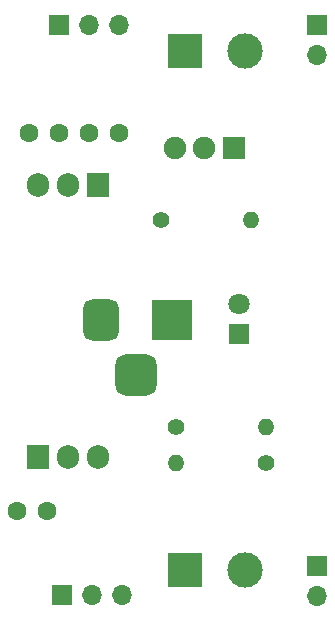
<source format=gts>
%TF.GenerationSoftware,KiCad,Pcbnew,(5.99.0-12741-g2662433374)*%
%TF.CreationDate,2021-10-19T15:00:24+11:00*%
%TF.ProjectId,Breadboard Power Supply,42726561-6462-46f6-9172-6420506f7765,rev?*%
%TF.SameCoordinates,Original*%
%TF.FileFunction,Soldermask,Top*%
%TF.FilePolarity,Negative*%
%FSLAX46Y46*%
G04 Gerber Fmt 4.6, Leading zero omitted, Abs format (unit mm)*
G04 Created by KiCad (PCBNEW (5.99.0-12741-g2662433374)) date 2021-10-19 15:00:24*
%MOMM*%
%LPD*%
G01*
G04 APERTURE LIST*
G04 Aperture macros list*
%AMRoundRect*
0 Rectangle with rounded corners*
0 $1 Rounding radius*
0 $2 $3 $4 $5 $6 $7 $8 $9 X,Y pos of 4 corners*
0 Add a 4 corners polygon primitive as box body*
4,1,4,$2,$3,$4,$5,$6,$7,$8,$9,$2,$3,0*
0 Add four circle primitives for the rounded corners*
1,1,$1+$1,$2,$3*
1,1,$1+$1,$4,$5*
1,1,$1+$1,$6,$7*
1,1,$1+$1,$8,$9*
0 Add four rect primitives between the rounded corners*
20,1,$1+$1,$2,$3,$4,$5,0*
20,1,$1+$1,$4,$5,$6,$7,0*
20,1,$1+$1,$6,$7,$8,$9,0*
20,1,$1+$1,$8,$9,$2,$3,0*%
G04 Aperture macros list end*
%ADD10R,1.700000X1.700000*%
%ADD11O,1.700000X1.700000*%
%ADD12C,1.400000*%
%ADD13O,1.400000X1.400000*%
%ADD14R,3.000000X3.000000*%
%ADD15C,3.000000*%
%ADD16C,1.600000*%
%ADD17R,3.500000X3.500000*%
%ADD18RoundRect,0.750000X-0.750000X-1.000000X0.750000X-1.000000X0.750000X1.000000X-0.750000X1.000000X0*%
%ADD19RoundRect,0.875000X-0.875000X-0.875000X0.875000X-0.875000X0.875000X0.875000X-0.875000X0.875000X0*%
%ADD20R,1.905000X2.000000*%
%ADD21O,1.905000X2.000000*%
%ADD22R,1.800000X1.800000*%
%ADD23C,1.800000*%
%ADD24R,1.900000X1.900000*%
%ADD25C,1.900000*%
G04 APERTURE END LIST*
D10*
%TO.C,J3*%
X99075000Y-66294000D03*
D11*
X101615000Y-66294000D03*
X104155000Y-66294000D03*
%TD*%
D12*
%TO.C,R2*%
X116568000Y-103378000D03*
D13*
X108948000Y-103378000D03*
%TD*%
D14*
%TO.C,J2*%
X109728000Y-68494000D03*
D15*
X114808000Y-68494000D03*
%TD*%
D10*
%TO.C,J7*%
X99314000Y-114554000D03*
D11*
X101854000Y-114554000D03*
X104394000Y-114554000D03*
%TD*%
D14*
%TO.C,J5*%
X109728000Y-112465600D03*
D15*
X114808000Y-112465600D03*
%TD*%
D16*
%TO.C,C2*%
X98044000Y-107442000D03*
X95544000Y-107442000D03*
%TD*%
D17*
%TO.C,J1*%
X108616000Y-91244500D03*
D18*
X102616000Y-91244500D03*
D19*
X105616000Y-95944500D03*
%TD*%
D10*
%TO.C,J4*%
X120904000Y-112115600D03*
D11*
X120904000Y-114655600D03*
%TD*%
D20*
%TO.C,U1*%
X97282000Y-102870000D03*
D21*
X99822000Y-102870000D03*
X102362000Y-102870000D03*
%TD*%
D22*
%TO.C,D1*%
X114268000Y-92461000D03*
D23*
X114268000Y-89921000D03*
%TD*%
D12*
%TO.C,R1*%
X107696000Y-82804000D03*
D13*
X115316000Y-82804000D03*
%TD*%
D16*
%TO.C,C1*%
X104120000Y-75438000D03*
X101620000Y-75438000D03*
%TD*%
D10*
%TO.C,J6*%
X120904000Y-66294000D03*
D11*
X120904000Y-68834000D03*
%TD*%
D20*
%TO.C,U2*%
X102362000Y-79827000D03*
D21*
X99822000Y-79827000D03*
X97282000Y-79827000D03*
%TD*%
D16*
%TO.C,C3*%
X99040000Y-75438000D03*
X96540000Y-75438000D03*
%TD*%
D12*
%TO.C,R3*%
X108948000Y-100330000D03*
D13*
X116568000Y-100330000D03*
%TD*%
D24*
%TO.C,S1*%
X113848000Y-76708000D03*
D25*
X111348000Y-76708000D03*
X108848000Y-76708000D03*
%TD*%
M02*

</source>
